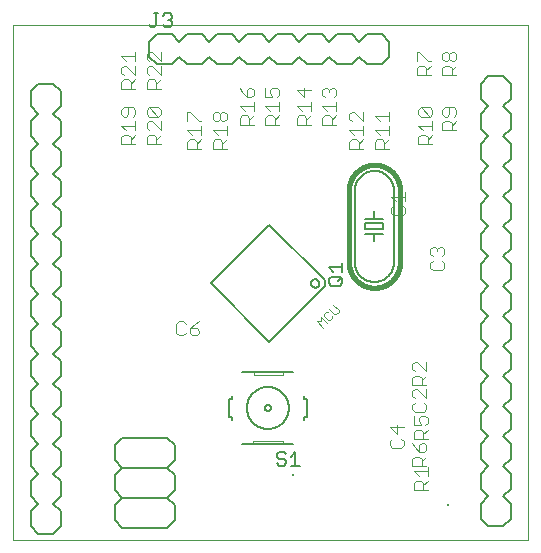
<source format=gto>
G75*
%MOIN*%
%OFA0B0*%
%FSLAX25Y25*%
%IPPOS*%
%LPD*%
%AMOC8*
5,1,8,0,0,1.08239X$1,22.5*
%
%ADD10C,0.00000*%
%ADD11C,0.00400*%
%ADD12C,0.00600*%
%ADD13C,0.00800*%
%ADD14R,0.00787X0.00787*%
%ADD15C,0.00300*%
%ADD16C,0.01600*%
%ADD17C,0.00500*%
%ADD18C,0.00200*%
D10*
X0001800Y0001800D02*
X0001800Y0173261D01*
X0173501Y0173261D01*
X0173501Y0001800D01*
X0001800Y0001800D01*
D11*
X0057059Y0070000D02*
X0058594Y0070000D01*
X0059361Y0070767D01*
X0060896Y0070767D02*
X0060896Y0072302D01*
X0063198Y0072302D01*
X0063965Y0071535D01*
X0063965Y0070767D01*
X0063198Y0070000D01*
X0061663Y0070000D01*
X0060896Y0070767D01*
X0060896Y0072302D02*
X0062431Y0073837D01*
X0063965Y0074604D01*
X0059361Y0073837D02*
X0058594Y0074604D01*
X0057059Y0074604D01*
X0056292Y0073837D01*
X0056292Y0070767D01*
X0057059Y0070000D01*
X0059996Y0132188D02*
X0059996Y0134490D01*
X0060763Y0135257D01*
X0062298Y0135257D01*
X0063065Y0134490D01*
X0063065Y0132188D01*
X0063065Y0133723D02*
X0064600Y0135257D01*
X0064600Y0136792D02*
X0064600Y0139861D01*
X0064600Y0138327D02*
X0059996Y0138327D01*
X0061531Y0136792D01*
X0059996Y0132188D02*
X0064600Y0132188D01*
X0068496Y0132188D02*
X0068496Y0134490D01*
X0069263Y0135257D01*
X0070798Y0135257D01*
X0071565Y0134490D01*
X0071565Y0132188D01*
X0071565Y0133723D02*
X0073100Y0135257D01*
X0073100Y0136792D02*
X0073100Y0139861D01*
X0073100Y0138327D02*
X0068496Y0138327D01*
X0070031Y0136792D01*
X0068496Y0132188D02*
X0073100Y0132188D01*
X0077496Y0140188D02*
X0077496Y0142490D01*
X0078263Y0143257D01*
X0079798Y0143257D01*
X0080565Y0142490D01*
X0080565Y0140188D01*
X0080565Y0141723D02*
X0082100Y0143257D01*
X0082100Y0144792D02*
X0082100Y0147861D01*
X0082100Y0146327D02*
X0077496Y0146327D01*
X0079031Y0144792D01*
X0079798Y0149396D02*
X0079798Y0151698D01*
X0080565Y0152465D01*
X0081333Y0152465D01*
X0082100Y0151698D01*
X0082100Y0150163D01*
X0081333Y0149396D01*
X0079798Y0149396D01*
X0078263Y0150931D01*
X0077496Y0152465D01*
X0072333Y0144465D02*
X0071565Y0144465D01*
X0070798Y0143698D01*
X0070798Y0142163D01*
X0070031Y0141396D01*
X0069263Y0141396D01*
X0068496Y0142163D01*
X0068496Y0143698D01*
X0069263Y0144465D01*
X0070031Y0144465D01*
X0070798Y0143698D01*
X0070798Y0142163D02*
X0071565Y0141396D01*
X0072333Y0141396D01*
X0073100Y0142163D01*
X0073100Y0143698D01*
X0072333Y0144465D01*
X0077496Y0140188D02*
X0082100Y0140188D01*
X0085996Y0140188D02*
X0085996Y0142490D01*
X0086763Y0143257D01*
X0088298Y0143257D01*
X0089065Y0142490D01*
X0089065Y0140188D01*
X0089065Y0141723D02*
X0090600Y0143257D01*
X0090600Y0144792D02*
X0090600Y0147861D01*
X0090600Y0146327D02*
X0085996Y0146327D01*
X0087531Y0144792D01*
X0088298Y0149396D02*
X0085996Y0149396D01*
X0085996Y0152465D01*
X0087531Y0151698D02*
X0088298Y0152465D01*
X0089833Y0152465D01*
X0090600Y0151698D01*
X0090600Y0150163D01*
X0089833Y0149396D01*
X0088298Y0149396D02*
X0087531Y0150931D01*
X0087531Y0151698D01*
X0096496Y0151698D02*
X0098798Y0149396D01*
X0098798Y0152465D01*
X0101100Y0151698D02*
X0096496Y0151698D01*
X0101100Y0147861D02*
X0101100Y0144792D01*
X0101100Y0143257D02*
X0099565Y0141723D01*
X0099565Y0142490D02*
X0099565Y0140188D01*
X0101100Y0140188D02*
X0096496Y0140188D01*
X0096496Y0142490D01*
X0097263Y0143257D01*
X0098798Y0143257D01*
X0099565Y0142490D01*
X0098031Y0144792D02*
X0096496Y0146327D01*
X0101100Y0146327D01*
X0104996Y0146327D02*
X0109600Y0146327D01*
X0109600Y0147861D02*
X0109600Y0144792D01*
X0109600Y0143257D02*
X0108065Y0141723D01*
X0108065Y0142490D02*
X0108065Y0140188D01*
X0109600Y0140188D02*
X0104996Y0140188D01*
X0104996Y0142490D01*
X0105763Y0143257D01*
X0107298Y0143257D01*
X0108065Y0142490D01*
X0106531Y0144792D02*
X0104996Y0146327D01*
X0105763Y0149396D02*
X0104996Y0150163D01*
X0104996Y0151698D01*
X0105763Y0152465D01*
X0106531Y0152465D01*
X0107298Y0151698D01*
X0108065Y0152465D01*
X0108833Y0152465D01*
X0109600Y0151698D01*
X0109600Y0150163D01*
X0108833Y0149396D01*
X0107298Y0150931D02*
X0107298Y0151698D01*
X0114763Y0144465D02*
X0113996Y0143698D01*
X0113996Y0142163D01*
X0114763Y0141396D01*
X0114763Y0144465D02*
X0115531Y0144465D01*
X0118600Y0141396D01*
X0118600Y0144465D01*
X0122496Y0142931D02*
X0127100Y0142931D01*
X0127100Y0144465D02*
X0127100Y0141396D01*
X0127100Y0139861D02*
X0127100Y0136792D01*
X0127100Y0135257D02*
X0125565Y0133723D01*
X0125565Y0134490D02*
X0125565Y0132188D01*
X0127100Y0132188D02*
X0122496Y0132188D01*
X0122496Y0134490D01*
X0123263Y0135257D01*
X0124798Y0135257D01*
X0125565Y0134490D01*
X0124031Y0136792D02*
X0122496Y0138327D01*
X0127100Y0138327D01*
X0124031Y0141396D02*
X0122496Y0142931D01*
X0118600Y0139861D02*
X0118600Y0136792D01*
X0118600Y0135257D02*
X0117065Y0133723D01*
X0117065Y0134490D02*
X0117065Y0132188D01*
X0118600Y0132188D02*
X0113996Y0132188D01*
X0113996Y0134490D01*
X0114763Y0135257D01*
X0116298Y0135257D01*
X0117065Y0134490D01*
X0115531Y0136792D02*
X0113996Y0138327D01*
X0118600Y0138327D01*
X0136996Y0139827D02*
X0141600Y0139827D01*
X0141600Y0141361D02*
X0141600Y0138292D01*
X0141600Y0136757D02*
X0140065Y0135223D01*
X0140065Y0135990D02*
X0140065Y0133688D01*
X0141600Y0133688D02*
X0136996Y0133688D01*
X0136996Y0135990D01*
X0137763Y0136757D01*
X0139298Y0136757D01*
X0140065Y0135990D01*
X0138531Y0138292D02*
X0136996Y0139827D01*
X0137763Y0142896D02*
X0136996Y0143663D01*
X0136996Y0145198D01*
X0137763Y0145965D01*
X0140833Y0142896D01*
X0141600Y0143663D01*
X0141600Y0145198D01*
X0140833Y0145965D01*
X0137763Y0145965D01*
X0137763Y0142896D02*
X0140833Y0142896D01*
X0144996Y0143663D02*
X0145763Y0142896D01*
X0146531Y0142896D01*
X0147298Y0143663D01*
X0147298Y0145965D01*
X0148833Y0145965D02*
X0145763Y0145965D01*
X0144996Y0145198D01*
X0144996Y0143663D01*
X0145763Y0141361D02*
X0144996Y0140594D01*
X0144996Y0138292D01*
X0149600Y0138292D01*
X0148065Y0138292D02*
X0148065Y0140594D01*
X0147298Y0141361D01*
X0145763Y0141361D01*
X0148065Y0139827D02*
X0149600Y0141361D01*
X0148833Y0142896D02*
X0149600Y0143663D01*
X0149600Y0145198D01*
X0148833Y0145965D01*
X0149600Y0156792D02*
X0144996Y0156792D01*
X0144996Y0159094D01*
X0145763Y0159861D01*
X0147298Y0159861D01*
X0148065Y0159094D01*
X0148065Y0156792D01*
X0148065Y0158327D02*
X0149600Y0159861D01*
X0148833Y0161396D02*
X0148065Y0161396D01*
X0147298Y0162163D01*
X0147298Y0163698D01*
X0148065Y0164465D01*
X0148833Y0164465D01*
X0149600Y0163698D01*
X0149600Y0162163D01*
X0148833Y0161396D01*
X0147298Y0162163D02*
X0146531Y0161396D01*
X0145763Y0161396D01*
X0144996Y0162163D01*
X0144996Y0163698D01*
X0145763Y0164465D01*
X0146531Y0164465D01*
X0147298Y0163698D01*
X0141100Y0161396D02*
X0140333Y0161396D01*
X0137263Y0164465D01*
X0136496Y0164465D01*
X0136496Y0161396D01*
X0137263Y0159861D02*
X0136496Y0159094D01*
X0136496Y0156792D01*
X0141100Y0156792D01*
X0139565Y0156792D02*
X0139565Y0159094D01*
X0138798Y0159861D01*
X0137263Y0159861D01*
X0139565Y0158327D02*
X0141100Y0159861D01*
X0132600Y0117673D02*
X0132600Y0114604D01*
X0132600Y0116139D02*
X0127996Y0116139D01*
X0129531Y0114604D01*
X0128763Y0113069D02*
X0127996Y0112302D01*
X0127996Y0110767D01*
X0128763Y0110000D01*
X0131833Y0110000D01*
X0132600Y0110767D01*
X0132600Y0112302D01*
X0131833Y0113069D01*
X0141763Y0099465D02*
X0142531Y0099465D01*
X0143298Y0098698D01*
X0144065Y0099465D01*
X0144833Y0099465D01*
X0145600Y0098698D01*
X0145600Y0097163D01*
X0144833Y0096396D01*
X0144833Y0094861D02*
X0145600Y0094094D01*
X0145600Y0092559D01*
X0144833Y0091792D01*
X0141763Y0091792D01*
X0140996Y0092559D01*
X0140996Y0094094D01*
X0141763Y0094861D01*
X0141763Y0096396D02*
X0140996Y0097163D01*
X0140996Y0098698D01*
X0141763Y0099465D01*
X0143298Y0098698D02*
X0143298Y0097931D01*
X0139600Y0061173D02*
X0139600Y0058104D01*
X0136531Y0061173D01*
X0135763Y0061173D01*
X0134996Y0060406D01*
X0134996Y0058871D01*
X0135763Y0058104D01*
X0135763Y0056569D02*
X0137298Y0056569D01*
X0138065Y0055802D01*
X0138065Y0053500D01*
X0138065Y0055035D02*
X0139600Y0056569D01*
X0139600Y0053500D02*
X0134996Y0053500D01*
X0134996Y0055802D01*
X0135763Y0056569D01*
X0135763Y0052173D02*
X0134996Y0051406D01*
X0134996Y0049871D01*
X0135763Y0049104D01*
X0135763Y0047569D02*
X0134996Y0046802D01*
X0134996Y0045267D01*
X0135763Y0044500D01*
X0138833Y0044500D01*
X0139600Y0045267D01*
X0139600Y0046802D01*
X0138833Y0047569D01*
X0139600Y0049104D02*
X0136531Y0052173D01*
X0135763Y0052173D01*
X0139600Y0052173D02*
X0139600Y0049104D01*
X0139333Y0043173D02*
X0137798Y0043173D01*
X0137031Y0042406D01*
X0137031Y0041639D01*
X0137798Y0040104D01*
X0135496Y0040104D01*
X0135496Y0043173D01*
X0139333Y0043173D02*
X0140100Y0042406D01*
X0140100Y0040871D01*
X0139333Y0040104D01*
X0140100Y0038569D02*
X0138565Y0037035D01*
X0138565Y0037802D02*
X0138565Y0035500D01*
X0138833Y0034173D02*
X0138065Y0034173D01*
X0137298Y0033406D01*
X0137298Y0031104D01*
X0138833Y0031104D01*
X0139600Y0031871D01*
X0139600Y0033406D01*
X0138833Y0034173D01*
X0140100Y0035500D02*
X0135496Y0035500D01*
X0135496Y0037802D01*
X0136263Y0038569D01*
X0137798Y0038569D01*
X0138565Y0037802D01*
X0134996Y0034173D02*
X0135763Y0032639D01*
X0137298Y0031104D01*
X0137298Y0029569D02*
X0135763Y0029569D01*
X0134996Y0028802D01*
X0134996Y0026500D01*
X0139600Y0026500D01*
X0140100Y0026173D02*
X0140100Y0023104D01*
X0140100Y0024639D02*
X0135496Y0024639D01*
X0137031Y0023104D01*
X0137798Y0021569D02*
X0136263Y0021569D01*
X0135496Y0020802D01*
X0135496Y0018500D01*
X0140100Y0018500D01*
X0138565Y0018500D02*
X0138565Y0020802D01*
X0137798Y0021569D01*
X0138565Y0020035D02*
X0140100Y0021569D01*
X0138065Y0026500D02*
X0138065Y0028802D01*
X0137298Y0029569D01*
X0138065Y0028035D02*
X0139600Y0029569D01*
X0132100Y0033267D02*
X0132100Y0034802D01*
X0131333Y0035569D01*
X0129798Y0037104D02*
X0129798Y0040173D01*
X0132100Y0039406D02*
X0127496Y0039406D01*
X0129798Y0037104D01*
X0128263Y0035569D02*
X0127496Y0034802D01*
X0127496Y0033267D01*
X0128263Y0032500D01*
X0131333Y0032500D01*
X0132100Y0033267D01*
X0051100Y0133688D02*
X0046496Y0133688D01*
X0046496Y0135990D01*
X0047263Y0136757D01*
X0048798Y0136757D01*
X0049565Y0135990D01*
X0049565Y0133688D01*
X0049565Y0135223D02*
X0051100Y0136757D01*
X0051100Y0138292D02*
X0048031Y0141361D01*
X0047263Y0141361D01*
X0046496Y0140594D01*
X0046496Y0139059D01*
X0047263Y0138292D01*
X0042600Y0138292D02*
X0042600Y0141361D01*
X0042600Y0139827D02*
X0037996Y0139827D01*
X0039531Y0138292D01*
X0040298Y0136757D02*
X0038763Y0136757D01*
X0037996Y0135990D01*
X0037996Y0133688D01*
X0042600Y0133688D01*
X0041065Y0133688D02*
X0041065Y0135990D01*
X0040298Y0136757D01*
X0041065Y0135223D02*
X0042600Y0136757D01*
X0041833Y0142896D02*
X0042600Y0143663D01*
X0042600Y0145198D01*
X0041833Y0145965D01*
X0038763Y0145965D01*
X0037996Y0145198D01*
X0037996Y0143663D01*
X0038763Y0142896D01*
X0039531Y0142896D01*
X0040298Y0143663D01*
X0040298Y0145965D01*
X0046496Y0145198D02*
X0046496Y0143663D01*
X0047263Y0142896D01*
X0050333Y0142896D01*
X0047263Y0145965D01*
X0050333Y0145965D01*
X0051100Y0145198D01*
X0051100Y0143663D01*
X0050333Y0142896D01*
X0051100Y0141361D02*
X0051100Y0138292D01*
X0046496Y0145198D02*
X0047263Y0145965D01*
X0046496Y0152188D02*
X0046496Y0154490D01*
X0047263Y0155257D01*
X0048798Y0155257D01*
X0049565Y0154490D01*
X0049565Y0152188D01*
X0049565Y0153723D02*
X0051100Y0155257D01*
X0051100Y0156792D02*
X0048031Y0159861D01*
X0047263Y0159861D01*
X0046496Y0159094D01*
X0046496Y0157559D01*
X0047263Y0156792D01*
X0047263Y0161396D02*
X0046496Y0162163D01*
X0046496Y0163698D01*
X0047263Y0164465D01*
X0048031Y0164465D01*
X0051100Y0161396D01*
X0051100Y0164465D01*
X0051100Y0159861D02*
X0051100Y0156792D01*
X0051100Y0152188D02*
X0046496Y0152188D01*
X0042600Y0152188D02*
X0037996Y0152188D01*
X0037996Y0154490D01*
X0038763Y0155257D01*
X0040298Y0155257D01*
X0041065Y0154490D01*
X0041065Y0152188D01*
X0041065Y0153723D02*
X0042600Y0155257D01*
X0042600Y0156792D02*
X0039531Y0159861D01*
X0038763Y0159861D01*
X0037996Y0159094D01*
X0037996Y0157559D01*
X0038763Y0156792D01*
X0042600Y0156792D02*
X0042600Y0159861D01*
X0042600Y0161396D02*
X0042600Y0164465D01*
X0042600Y0162931D02*
X0037996Y0162931D01*
X0039531Y0161396D01*
X0059996Y0144465D02*
X0059996Y0141396D01*
X0059996Y0144465D02*
X0060763Y0144465D01*
X0063833Y0141396D01*
X0064600Y0141396D01*
X0085996Y0140188D02*
X0090600Y0140188D01*
D12*
X0115800Y0118300D02*
X0115800Y0094300D01*
X0115802Y0094140D01*
X0115808Y0093981D01*
X0115818Y0093822D01*
X0115831Y0093663D01*
X0115849Y0093504D01*
X0115870Y0093346D01*
X0115896Y0093189D01*
X0115925Y0093032D01*
X0115958Y0092876D01*
X0115995Y0092721D01*
X0116035Y0092566D01*
X0116080Y0092413D01*
X0116128Y0092261D01*
X0116180Y0092110D01*
X0116236Y0091961D01*
X0116295Y0091813D01*
X0116358Y0091666D01*
X0116424Y0091521D01*
X0116494Y0091378D01*
X0116568Y0091236D01*
X0116644Y0091096D01*
X0116725Y0090958D01*
X0116808Y0090823D01*
X0116895Y0090689D01*
X0116986Y0090557D01*
X0117079Y0090428D01*
X0117176Y0090301D01*
X0117275Y0090176D01*
X0117378Y0090054D01*
X0117484Y0089935D01*
X0117592Y0089818D01*
X0117704Y0089704D01*
X0117818Y0089592D01*
X0117935Y0089484D01*
X0118054Y0089378D01*
X0118176Y0089275D01*
X0118301Y0089176D01*
X0118428Y0089079D01*
X0118557Y0088986D01*
X0118689Y0088895D01*
X0118823Y0088808D01*
X0118958Y0088725D01*
X0119096Y0088644D01*
X0119236Y0088568D01*
X0119378Y0088494D01*
X0119521Y0088424D01*
X0119666Y0088358D01*
X0119813Y0088295D01*
X0119961Y0088236D01*
X0120110Y0088180D01*
X0120261Y0088128D01*
X0120413Y0088080D01*
X0120566Y0088035D01*
X0120721Y0087995D01*
X0120876Y0087958D01*
X0121032Y0087925D01*
X0121189Y0087896D01*
X0121346Y0087870D01*
X0121504Y0087849D01*
X0121663Y0087831D01*
X0121822Y0087818D01*
X0121981Y0087808D01*
X0122140Y0087802D01*
X0122300Y0087800D01*
X0122460Y0087802D01*
X0122619Y0087808D01*
X0122778Y0087818D01*
X0122937Y0087831D01*
X0123096Y0087849D01*
X0123254Y0087870D01*
X0123411Y0087896D01*
X0123568Y0087925D01*
X0123724Y0087958D01*
X0123879Y0087995D01*
X0124034Y0088035D01*
X0124187Y0088080D01*
X0124339Y0088128D01*
X0124490Y0088180D01*
X0124639Y0088236D01*
X0124787Y0088295D01*
X0124934Y0088358D01*
X0125079Y0088424D01*
X0125222Y0088494D01*
X0125364Y0088568D01*
X0125504Y0088644D01*
X0125642Y0088725D01*
X0125777Y0088808D01*
X0125911Y0088895D01*
X0126043Y0088986D01*
X0126172Y0089079D01*
X0126299Y0089176D01*
X0126424Y0089275D01*
X0126546Y0089378D01*
X0126665Y0089484D01*
X0126782Y0089592D01*
X0126896Y0089704D01*
X0127008Y0089818D01*
X0127116Y0089935D01*
X0127222Y0090054D01*
X0127325Y0090176D01*
X0127424Y0090301D01*
X0127521Y0090428D01*
X0127614Y0090557D01*
X0127705Y0090689D01*
X0127792Y0090823D01*
X0127875Y0090958D01*
X0127956Y0091096D01*
X0128032Y0091236D01*
X0128106Y0091378D01*
X0128176Y0091521D01*
X0128242Y0091666D01*
X0128305Y0091813D01*
X0128364Y0091961D01*
X0128420Y0092110D01*
X0128472Y0092261D01*
X0128520Y0092413D01*
X0128565Y0092566D01*
X0128605Y0092721D01*
X0128642Y0092876D01*
X0128675Y0093032D01*
X0128704Y0093189D01*
X0128730Y0093346D01*
X0128751Y0093504D01*
X0128769Y0093663D01*
X0128782Y0093822D01*
X0128792Y0093981D01*
X0128798Y0094140D01*
X0128800Y0094300D01*
X0128800Y0118300D01*
X0128798Y0118460D01*
X0128792Y0118619D01*
X0128782Y0118778D01*
X0128769Y0118937D01*
X0128751Y0119096D01*
X0128730Y0119254D01*
X0128704Y0119411D01*
X0128675Y0119568D01*
X0128642Y0119724D01*
X0128605Y0119879D01*
X0128565Y0120034D01*
X0128520Y0120187D01*
X0128472Y0120339D01*
X0128420Y0120490D01*
X0128364Y0120639D01*
X0128305Y0120787D01*
X0128242Y0120934D01*
X0128176Y0121079D01*
X0128106Y0121222D01*
X0128032Y0121364D01*
X0127956Y0121504D01*
X0127875Y0121642D01*
X0127792Y0121777D01*
X0127705Y0121911D01*
X0127614Y0122043D01*
X0127521Y0122172D01*
X0127424Y0122299D01*
X0127325Y0122424D01*
X0127222Y0122546D01*
X0127116Y0122665D01*
X0127008Y0122782D01*
X0126896Y0122896D01*
X0126782Y0123008D01*
X0126665Y0123116D01*
X0126546Y0123222D01*
X0126424Y0123325D01*
X0126299Y0123424D01*
X0126172Y0123521D01*
X0126043Y0123614D01*
X0125911Y0123705D01*
X0125777Y0123792D01*
X0125642Y0123875D01*
X0125504Y0123956D01*
X0125364Y0124032D01*
X0125222Y0124106D01*
X0125079Y0124176D01*
X0124934Y0124242D01*
X0124787Y0124305D01*
X0124639Y0124364D01*
X0124490Y0124420D01*
X0124339Y0124472D01*
X0124187Y0124520D01*
X0124034Y0124565D01*
X0123879Y0124605D01*
X0123724Y0124642D01*
X0123568Y0124675D01*
X0123411Y0124704D01*
X0123254Y0124730D01*
X0123096Y0124751D01*
X0122937Y0124769D01*
X0122778Y0124782D01*
X0122619Y0124792D01*
X0122460Y0124798D01*
X0122300Y0124800D01*
X0122140Y0124798D01*
X0121981Y0124792D01*
X0121822Y0124782D01*
X0121663Y0124769D01*
X0121504Y0124751D01*
X0121346Y0124730D01*
X0121189Y0124704D01*
X0121032Y0124675D01*
X0120876Y0124642D01*
X0120721Y0124605D01*
X0120566Y0124565D01*
X0120413Y0124520D01*
X0120261Y0124472D01*
X0120110Y0124420D01*
X0119961Y0124364D01*
X0119813Y0124305D01*
X0119666Y0124242D01*
X0119521Y0124176D01*
X0119378Y0124106D01*
X0119236Y0124032D01*
X0119096Y0123956D01*
X0118958Y0123875D01*
X0118823Y0123792D01*
X0118689Y0123705D01*
X0118557Y0123614D01*
X0118428Y0123521D01*
X0118301Y0123424D01*
X0118176Y0123325D01*
X0118054Y0123222D01*
X0117935Y0123116D01*
X0117818Y0123008D01*
X0117704Y0122896D01*
X0117592Y0122782D01*
X0117484Y0122665D01*
X0117378Y0122546D01*
X0117275Y0122424D01*
X0117176Y0122299D01*
X0117079Y0122172D01*
X0116986Y0122043D01*
X0116895Y0121911D01*
X0116808Y0121777D01*
X0116725Y0121642D01*
X0116644Y0121504D01*
X0116568Y0121364D01*
X0116494Y0121222D01*
X0116424Y0121079D01*
X0116358Y0120934D01*
X0116295Y0120787D01*
X0116236Y0120639D01*
X0116180Y0120490D01*
X0116128Y0120339D01*
X0116080Y0120187D01*
X0116035Y0120034D01*
X0115995Y0119879D01*
X0115958Y0119724D01*
X0115925Y0119568D01*
X0115896Y0119411D01*
X0115870Y0119254D01*
X0115849Y0119096D01*
X0115831Y0118937D01*
X0115818Y0118778D01*
X0115808Y0118619D01*
X0115802Y0118460D01*
X0115800Y0118300D01*
X0122300Y0111300D02*
X0122300Y0108800D01*
X0125300Y0108800D01*
X0125300Y0107300D02*
X0125300Y0105300D01*
X0119300Y0105300D01*
X0119300Y0107300D01*
X0125300Y0107300D01*
X0122300Y0108800D02*
X0119300Y0108800D01*
X0119300Y0103800D02*
X0122300Y0103800D01*
X0122300Y0101300D01*
X0122300Y0103800D02*
X0125300Y0103800D01*
X0105827Y0088288D02*
X0105827Y0086312D01*
X0087300Y0067785D01*
X0067785Y0087300D01*
X0087300Y0106815D01*
X0105827Y0088288D01*
X0101159Y0087300D02*
X0101161Y0087375D01*
X0101167Y0087449D01*
X0101177Y0087523D01*
X0101190Y0087596D01*
X0101208Y0087669D01*
X0101229Y0087740D01*
X0101254Y0087811D01*
X0101283Y0087880D01*
X0101316Y0087947D01*
X0101352Y0088012D01*
X0101391Y0088076D01*
X0101433Y0088137D01*
X0101479Y0088196D01*
X0101528Y0088253D01*
X0101580Y0088306D01*
X0101634Y0088357D01*
X0101691Y0088406D01*
X0101751Y0088450D01*
X0101813Y0088492D01*
X0101877Y0088531D01*
X0101943Y0088566D01*
X0102010Y0088597D01*
X0102080Y0088625D01*
X0102150Y0088649D01*
X0102222Y0088670D01*
X0102295Y0088686D01*
X0102368Y0088699D01*
X0102443Y0088708D01*
X0102517Y0088713D01*
X0102592Y0088714D01*
X0102666Y0088711D01*
X0102741Y0088704D01*
X0102814Y0088693D01*
X0102888Y0088679D01*
X0102960Y0088660D01*
X0103031Y0088638D01*
X0103101Y0088612D01*
X0103170Y0088582D01*
X0103236Y0088549D01*
X0103301Y0088512D01*
X0103364Y0088472D01*
X0103425Y0088428D01*
X0103483Y0088382D01*
X0103539Y0088332D01*
X0103592Y0088280D01*
X0103643Y0088225D01*
X0103690Y0088167D01*
X0103734Y0088107D01*
X0103775Y0088044D01*
X0103813Y0087980D01*
X0103847Y0087914D01*
X0103878Y0087845D01*
X0103905Y0087776D01*
X0103928Y0087705D01*
X0103947Y0087633D01*
X0103963Y0087560D01*
X0103975Y0087486D01*
X0103983Y0087412D01*
X0103987Y0087337D01*
X0103987Y0087263D01*
X0103983Y0087188D01*
X0103975Y0087114D01*
X0103963Y0087040D01*
X0103947Y0086967D01*
X0103928Y0086895D01*
X0103905Y0086824D01*
X0103878Y0086755D01*
X0103847Y0086686D01*
X0103813Y0086620D01*
X0103775Y0086556D01*
X0103734Y0086493D01*
X0103690Y0086433D01*
X0103643Y0086375D01*
X0103592Y0086320D01*
X0103539Y0086268D01*
X0103483Y0086218D01*
X0103425Y0086172D01*
X0103364Y0086128D01*
X0103301Y0086088D01*
X0103236Y0086051D01*
X0103170Y0086018D01*
X0103101Y0085988D01*
X0103031Y0085962D01*
X0102960Y0085940D01*
X0102888Y0085921D01*
X0102814Y0085907D01*
X0102741Y0085896D01*
X0102666Y0085889D01*
X0102592Y0085886D01*
X0102517Y0085887D01*
X0102443Y0085892D01*
X0102368Y0085901D01*
X0102295Y0085914D01*
X0102222Y0085930D01*
X0102150Y0085951D01*
X0102080Y0085975D01*
X0102010Y0086003D01*
X0101943Y0086034D01*
X0101877Y0086069D01*
X0101813Y0086108D01*
X0101751Y0086150D01*
X0101691Y0086194D01*
X0101634Y0086243D01*
X0101580Y0086294D01*
X0101528Y0086347D01*
X0101479Y0086404D01*
X0101433Y0086463D01*
X0101391Y0086524D01*
X0101352Y0086588D01*
X0101316Y0086653D01*
X0101283Y0086720D01*
X0101254Y0086789D01*
X0101229Y0086860D01*
X0101208Y0086931D01*
X0101190Y0087004D01*
X0101177Y0087077D01*
X0101167Y0087151D01*
X0101161Y0087225D01*
X0101159Y0087300D01*
X0095300Y0057800D02*
X0091800Y0057800D01*
X0082300Y0057800D01*
X0078300Y0057800D01*
X0074800Y0049800D02*
X0074800Y0048800D01*
X0073800Y0048800D01*
X0073800Y0042800D01*
X0074800Y0042800D01*
X0074800Y0041800D01*
X0078300Y0033800D02*
X0081800Y0033800D01*
X0091800Y0033800D01*
X0095300Y0033800D01*
X0098800Y0041800D02*
X0098800Y0042800D01*
X0099800Y0042800D01*
X0099800Y0048800D01*
X0098800Y0048800D01*
X0098800Y0049800D01*
X0085800Y0045800D02*
X0085802Y0045863D01*
X0085808Y0045925D01*
X0085818Y0045987D01*
X0085831Y0046049D01*
X0085849Y0046109D01*
X0085870Y0046168D01*
X0085895Y0046226D01*
X0085924Y0046282D01*
X0085956Y0046336D01*
X0085991Y0046388D01*
X0086029Y0046437D01*
X0086071Y0046485D01*
X0086115Y0046529D01*
X0086163Y0046571D01*
X0086212Y0046609D01*
X0086264Y0046644D01*
X0086318Y0046676D01*
X0086374Y0046705D01*
X0086432Y0046730D01*
X0086491Y0046751D01*
X0086551Y0046769D01*
X0086613Y0046782D01*
X0086675Y0046792D01*
X0086737Y0046798D01*
X0086800Y0046800D01*
X0086863Y0046798D01*
X0086925Y0046792D01*
X0086987Y0046782D01*
X0087049Y0046769D01*
X0087109Y0046751D01*
X0087168Y0046730D01*
X0087226Y0046705D01*
X0087282Y0046676D01*
X0087336Y0046644D01*
X0087388Y0046609D01*
X0087437Y0046571D01*
X0087485Y0046529D01*
X0087529Y0046485D01*
X0087571Y0046437D01*
X0087609Y0046388D01*
X0087644Y0046336D01*
X0087676Y0046282D01*
X0087705Y0046226D01*
X0087730Y0046168D01*
X0087751Y0046109D01*
X0087769Y0046049D01*
X0087782Y0045987D01*
X0087792Y0045925D01*
X0087798Y0045863D01*
X0087800Y0045800D01*
X0087798Y0045737D01*
X0087792Y0045675D01*
X0087782Y0045613D01*
X0087769Y0045551D01*
X0087751Y0045491D01*
X0087730Y0045432D01*
X0087705Y0045374D01*
X0087676Y0045318D01*
X0087644Y0045264D01*
X0087609Y0045212D01*
X0087571Y0045163D01*
X0087529Y0045115D01*
X0087485Y0045071D01*
X0087437Y0045029D01*
X0087388Y0044991D01*
X0087336Y0044956D01*
X0087282Y0044924D01*
X0087226Y0044895D01*
X0087168Y0044870D01*
X0087109Y0044849D01*
X0087049Y0044831D01*
X0086987Y0044818D01*
X0086925Y0044808D01*
X0086863Y0044802D01*
X0086800Y0044800D01*
X0086737Y0044802D01*
X0086675Y0044808D01*
X0086613Y0044818D01*
X0086551Y0044831D01*
X0086491Y0044849D01*
X0086432Y0044870D01*
X0086374Y0044895D01*
X0086318Y0044924D01*
X0086264Y0044956D01*
X0086212Y0044991D01*
X0086163Y0045029D01*
X0086115Y0045071D01*
X0086071Y0045115D01*
X0086029Y0045163D01*
X0085991Y0045212D01*
X0085956Y0045264D01*
X0085924Y0045318D01*
X0085895Y0045374D01*
X0085870Y0045432D01*
X0085849Y0045491D01*
X0085831Y0045551D01*
X0085818Y0045613D01*
X0085808Y0045675D01*
X0085802Y0045737D01*
X0085800Y0045800D01*
X0079800Y0045800D02*
X0079802Y0045972D01*
X0079808Y0046143D01*
X0079819Y0046315D01*
X0079834Y0046486D01*
X0079853Y0046657D01*
X0079876Y0046827D01*
X0079903Y0046997D01*
X0079935Y0047166D01*
X0079970Y0047334D01*
X0080010Y0047501D01*
X0080054Y0047667D01*
X0080101Y0047832D01*
X0080153Y0047996D01*
X0080209Y0048158D01*
X0080269Y0048319D01*
X0080333Y0048479D01*
X0080401Y0048637D01*
X0080472Y0048793D01*
X0080547Y0048947D01*
X0080627Y0049100D01*
X0080709Y0049250D01*
X0080796Y0049399D01*
X0080886Y0049545D01*
X0080980Y0049689D01*
X0081077Y0049831D01*
X0081178Y0049970D01*
X0081282Y0050107D01*
X0081389Y0050241D01*
X0081500Y0050372D01*
X0081613Y0050501D01*
X0081730Y0050627D01*
X0081850Y0050750D01*
X0081973Y0050870D01*
X0082099Y0050987D01*
X0082228Y0051100D01*
X0082359Y0051211D01*
X0082493Y0051318D01*
X0082630Y0051422D01*
X0082769Y0051523D01*
X0082911Y0051620D01*
X0083055Y0051714D01*
X0083201Y0051804D01*
X0083350Y0051891D01*
X0083500Y0051973D01*
X0083653Y0052053D01*
X0083807Y0052128D01*
X0083963Y0052199D01*
X0084121Y0052267D01*
X0084281Y0052331D01*
X0084442Y0052391D01*
X0084604Y0052447D01*
X0084768Y0052499D01*
X0084933Y0052546D01*
X0085099Y0052590D01*
X0085266Y0052630D01*
X0085434Y0052665D01*
X0085603Y0052697D01*
X0085773Y0052724D01*
X0085943Y0052747D01*
X0086114Y0052766D01*
X0086285Y0052781D01*
X0086457Y0052792D01*
X0086628Y0052798D01*
X0086800Y0052800D01*
X0086972Y0052798D01*
X0087143Y0052792D01*
X0087315Y0052781D01*
X0087486Y0052766D01*
X0087657Y0052747D01*
X0087827Y0052724D01*
X0087997Y0052697D01*
X0088166Y0052665D01*
X0088334Y0052630D01*
X0088501Y0052590D01*
X0088667Y0052546D01*
X0088832Y0052499D01*
X0088996Y0052447D01*
X0089158Y0052391D01*
X0089319Y0052331D01*
X0089479Y0052267D01*
X0089637Y0052199D01*
X0089793Y0052128D01*
X0089947Y0052053D01*
X0090100Y0051973D01*
X0090250Y0051891D01*
X0090399Y0051804D01*
X0090545Y0051714D01*
X0090689Y0051620D01*
X0090831Y0051523D01*
X0090970Y0051422D01*
X0091107Y0051318D01*
X0091241Y0051211D01*
X0091372Y0051100D01*
X0091501Y0050987D01*
X0091627Y0050870D01*
X0091750Y0050750D01*
X0091870Y0050627D01*
X0091987Y0050501D01*
X0092100Y0050372D01*
X0092211Y0050241D01*
X0092318Y0050107D01*
X0092422Y0049970D01*
X0092523Y0049831D01*
X0092620Y0049689D01*
X0092714Y0049545D01*
X0092804Y0049399D01*
X0092891Y0049250D01*
X0092973Y0049100D01*
X0093053Y0048947D01*
X0093128Y0048793D01*
X0093199Y0048637D01*
X0093267Y0048479D01*
X0093331Y0048319D01*
X0093391Y0048158D01*
X0093447Y0047996D01*
X0093499Y0047832D01*
X0093546Y0047667D01*
X0093590Y0047501D01*
X0093630Y0047334D01*
X0093665Y0047166D01*
X0093697Y0046997D01*
X0093724Y0046827D01*
X0093747Y0046657D01*
X0093766Y0046486D01*
X0093781Y0046315D01*
X0093792Y0046143D01*
X0093798Y0045972D01*
X0093800Y0045800D01*
X0093798Y0045628D01*
X0093792Y0045457D01*
X0093781Y0045285D01*
X0093766Y0045114D01*
X0093747Y0044943D01*
X0093724Y0044773D01*
X0093697Y0044603D01*
X0093665Y0044434D01*
X0093630Y0044266D01*
X0093590Y0044099D01*
X0093546Y0043933D01*
X0093499Y0043768D01*
X0093447Y0043604D01*
X0093391Y0043442D01*
X0093331Y0043281D01*
X0093267Y0043121D01*
X0093199Y0042963D01*
X0093128Y0042807D01*
X0093053Y0042653D01*
X0092973Y0042500D01*
X0092891Y0042350D01*
X0092804Y0042201D01*
X0092714Y0042055D01*
X0092620Y0041911D01*
X0092523Y0041769D01*
X0092422Y0041630D01*
X0092318Y0041493D01*
X0092211Y0041359D01*
X0092100Y0041228D01*
X0091987Y0041099D01*
X0091870Y0040973D01*
X0091750Y0040850D01*
X0091627Y0040730D01*
X0091501Y0040613D01*
X0091372Y0040500D01*
X0091241Y0040389D01*
X0091107Y0040282D01*
X0090970Y0040178D01*
X0090831Y0040077D01*
X0090689Y0039980D01*
X0090545Y0039886D01*
X0090399Y0039796D01*
X0090250Y0039709D01*
X0090100Y0039627D01*
X0089947Y0039547D01*
X0089793Y0039472D01*
X0089637Y0039401D01*
X0089479Y0039333D01*
X0089319Y0039269D01*
X0089158Y0039209D01*
X0088996Y0039153D01*
X0088832Y0039101D01*
X0088667Y0039054D01*
X0088501Y0039010D01*
X0088334Y0038970D01*
X0088166Y0038935D01*
X0087997Y0038903D01*
X0087827Y0038876D01*
X0087657Y0038853D01*
X0087486Y0038834D01*
X0087315Y0038819D01*
X0087143Y0038808D01*
X0086972Y0038802D01*
X0086800Y0038800D01*
X0086628Y0038802D01*
X0086457Y0038808D01*
X0086285Y0038819D01*
X0086114Y0038834D01*
X0085943Y0038853D01*
X0085773Y0038876D01*
X0085603Y0038903D01*
X0085434Y0038935D01*
X0085266Y0038970D01*
X0085099Y0039010D01*
X0084933Y0039054D01*
X0084768Y0039101D01*
X0084604Y0039153D01*
X0084442Y0039209D01*
X0084281Y0039269D01*
X0084121Y0039333D01*
X0083963Y0039401D01*
X0083807Y0039472D01*
X0083653Y0039547D01*
X0083500Y0039627D01*
X0083350Y0039709D01*
X0083201Y0039796D01*
X0083055Y0039886D01*
X0082911Y0039980D01*
X0082769Y0040077D01*
X0082630Y0040178D01*
X0082493Y0040282D01*
X0082359Y0040389D01*
X0082228Y0040500D01*
X0082099Y0040613D01*
X0081973Y0040730D01*
X0081850Y0040850D01*
X0081730Y0040973D01*
X0081613Y0041099D01*
X0081500Y0041228D01*
X0081389Y0041359D01*
X0081282Y0041493D01*
X0081178Y0041630D01*
X0081077Y0041769D01*
X0080980Y0041911D01*
X0080886Y0042055D01*
X0080796Y0042201D01*
X0080709Y0042350D01*
X0080627Y0042500D01*
X0080547Y0042653D01*
X0080472Y0042807D01*
X0080401Y0042963D01*
X0080333Y0043121D01*
X0080269Y0043281D01*
X0080209Y0043442D01*
X0080153Y0043604D01*
X0080101Y0043768D01*
X0080054Y0043933D01*
X0080010Y0044099D01*
X0079970Y0044266D01*
X0079935Y0044434D01*
X0079903Y0044603D01*
X0079876Y0044773D01*
X0079853Y0044943D01*
X0079834Y0045114D01*
X0079819Y0045285D01*
X0079808Y0045457D01*
X0079802Y0045628D01*
X0079800Y0045800D01*
X0055800Y0033300D02*
X0055800Y0028300D01*
X0053300Y0025800D01*
X0038300Y0025800D01*
X0035800Y0028300D01*
X0035800Y0033300D01*
X0038300Y0035800D01*
X0053300Y0035800D01*
X0055800Y0033300D01*
X0053300Y0025800D02*
X0055800Y0023300D01*
X0055800Y0018300D01*
X0053300Y0015800D01*
X0038300Y0015800D01*
X0035800Y0018300D01*
X0035800Y0023300D01*
X0038300Y0025800D01*
X0038300Y0015800D02*
X0035800Y0013300D01*
X0035800Y0008300D01*
X0038300Y0005800D01*
X0053300Y0005800D01*
X0055800Y0008300D01*
X0055800Y0013300D01*
X0053300Y0015800D01*
D13*
X0017800Y0016300D02*
X0015300Y0013800D01*
X0017800Y0011300D01*
X0017800Y0006300D01*
X0015300Y0003800D01*
X0010300Y0003800D01*
X0007800Y0006300D01*
X0007800Y0011300D01*
X0010300Y0013800D01*
X0007800Y0016300D01*
X0007800Y0021300D01*
X0010300Y0023800D01*
X0007800Y0026300D01*
X0007800Y0031300D01*
X0010300Y0033800D01*
X0007800Y0036300D01*
X0007800Y0041300D01*
X0010300Y0043800D01*
X0007800Y0046300D01*
X0007800Y0051300D01*
X0010300Y0053800D01*
X0007800Y0056300D01*
X0007800Y0061300D01*
X0010300Y0063800D01*
X0007800Y0066300D01*
X0007800Y0071300D01*
X0010300Y0073800D01*
X0007800Y0076300D01*
X0007800Y0081300D01*
X0010300Y0083800D01*
X0007800Y0086300D01*
X0007800Y0091300D01*
X0010300Y0093800D01*
X0007800Y0096300D01*
X0007800Y0101300D01*
X0010300Y0103800D01*
X0007800Y0106300D01*
X0007800Y0111300D01*
X0010300Y0113800D01*
X0007800Y0116300D01*
X0007800Y0121300D01*
X0010300Y0123800D01*
X0007800Y0126300D01*
X0007800Y0131300D01*
X0010300Y0133800D01*
X0007800Y0136300D01*
X0007800Y0141300D01*
X0010300Y0143800D01*
X0007800Y0146300D01*
X0007800Y0151300D01*
X0010300Y0153800D01*
X0015300Y0153800D01*
X0017800Y0151300D01*
X0017800Y0146300D01*
X0015300Y0143800D01*
X0017800Y0141300D01*
X0017800Y0136300D01*
X0015300Y0133800D01*
X0017800Y0131300D01*
X0017800Y0126300D01*
X0015300Y0123800D01*
X0017800Y0121300D01*
X0017800Y0116300D01*
X0015300Y0113800D01*
X0017800Y0111300D01*
X0017800Y0106300D01*
X0015300Y0103800D01*
X0017800Y0101300D01*
X0017800Y0096300D01*
X0015300Y0093800D01*
X0017800Y0091300D01*
X0017800Y0086300D01*
X0015300Y0083800D01*
X0017800Y0081300D01*
X0017800Y0076300D01*
X0015300Y0073800D01*
X0017800Y0071300D01*
X0017800Y0066300D01*
X0015300Y0063800D01*
X0017800Y0061300D01*
X0017800Y0056300D01*
X0015300Y0053800D01*
X0017800Y0051300D01*
X0017800Y0046300D01*
X0015300Y0043800D01*
X0017800Y0041300D01*
X0017800Y0036300D01*
X0015300Y0033800D01*
X0017800Y0031300D01*
X0017800Y0026300D01*
X0015300Y0023800D01*
X0017800Y0021300D01*
X0017800Y0016300D01*
X0049800Y0160300D02*
X0054800Y0160300D01*
X0057300Y0162800D01*
X0059800Y0160300D01*
X0064800Y0160300D01*
X0067300Y0162800D01*
X0069800Y0160300D01*
X0074800Y0160300D01*
X0077300Y0162800D01*
X0079800Y0160300D01*
X0084800Y0160300D01*
X0087300Y0162800D01*
X0089800Y0160300D01*
X0094800Y0160300D01*
X0097300Y0162800D01*
X0099800Y0160300D01*
X0104800Y0160300D01*
X0107300Y0162800D01*
X0109800Y0160300D01*
X0114800Y0160300D01*
X0117300Y0162800D01*
X0119800Y0160300D01*
X0124800Y0160300D01*
X0127300Y0162800D01*
X0127300Y0167800D01*
X0124800Y0170300D01*
X0119800Y0170300D01*
X0117300Y0167800D01*
X0114800Y0170300D01*
X0109800Y0170300D01*
X0107300Y0167800D01*
X0104800Y0170300D01*
X0099800Y0170300D01*
X0097300Y0167800D01*
X0094800Y0170300D01*
X0089800Y0170300D01*
X0087300Y0167800D01*
X0084800Y0170300D01*
X0079800Y0170300D01*
X0077300Y0167800D01*
X0074800Y0170300D01*
X0069800Y0170300D01*
X0067300Y0167800D01*
X0064800Y0170300D01*
X0059800Y0170300D01*
X0057300Y0167800D01*
X0054800Y0170300D01*
X0049800Y0170300D01*
X0047300Y0167800D01*
X0047300Y0162800D01*
X0049800Y0160300D01*
X0157800Y0153800D02*
X0157800Y0148800D01*
X0160300Y0146300D01*
X0157800Y0143800D01*
X0157800Y0138800D01*
X0160300Y0136300D01*
X0157800Y0133800D01*
X0157800Y0128800D01*
X0160300Y0126300D01*
X0157800Y0123800D01*
X0157800Y0118800D01*
X0160300Y0116300D01*
X0157800Y0113800D01*
X0157800Y0108800D01*
X0160300Y0106300D01*
X0157800Y0103800D01*
X0157800Y0098800D01*
X0160300Y0096300D01*
X0157800Y0093800D01*
X0157800Y0088800D01*
X0160300Y0086300D01*
X0157800Y0083800D01*
X0157800Y0078800D01*
X0160300Y0076300D01*
X0157800Y0073800D01*
X0157800Y0068800D01*
X0160300Y0066300D01*
X0157800Y0063800D01*
X0157800Y0058800D01*
X0160300Y0056300D01*
X0157800Y0053800D01*
X0157800Y0048800D01*
X0160300Y0046300D01*
X0157800Y0043800D01*
X0157800Y0038800D01*
X0160300Y0036300D01*
X0157800Y0033800D01*
X0157800Y0028800D01*
X0160300Y0026300D01*
X0157800Y0023800D01*
X0157800Y0018800D01*
X0160300Y0016300D01*
X0157800Y0013800D01*
X0157800Y0008800D01*
X0160300Y0006300D01*
X0165300Y0006300D01*
X0167800Y0008800D01*
X0167800Y0013800D01*
X0165300Y0016300D01*
X0167800Y0018800D01*
X0167800Y0023800D01*
X0165300Y0026300D01*
X0167800Y0028800D01*
X0167800Y0033800D01*
X0165300Y0036300D01*
X0167800Y0038800D01*
X0167800Y0043800D01*
X0165300Y0046300D01*
X0167800Y0048800D01*
X0167800Y0053800D01*
X0165300Y0056300D01*
X0167800Y0058800D01*
X0167800Y0063800D01*
X0165300Y0066300D01*
X0167800Y0068800D01*
X0167800Y0073800D01*
X0165300Y0076300D01*
X0167800Y0078800D01*
X0167800Y0083800D01*
X0165300Y0086300D01*
X0167800Y0088800D01*
X0167800Y0093800D01*
X0165300Y0096300D01*
X0167800Y0098800D01*
X0167800Y0103800D01*
X0165300Y0106300D01*
X0167800Y0108800D01*
X0167800Y0113800D01*
X0165300Y0116300D01*
X0167800Y0118800D01*
X0167800Y0123800D01*
X0165300Y0126300D01*
X0167800Y0128800D01*
X0167800Y0133800D01*
X0165300Y0136300D01*
X0167800Y0138800D01*
X0167800Y0143800D01*
X0165300Y0146300D01*
X0167800Y0148800D01*
X0167800Y0153800D01*
X0165300Y0156300D01*
X0160300Y0156300D01*
X0157800Y0153800D01*
D14*
X0095194Y0023300D03*
X0146906Y0013300D03*
D15*
X0105162Y0072564D02*
X0103109Y0074617D01*
X0104478Y0074617D01*
X0104478Y0075985D01*
X0106530Y0073932D01*
X0106903Y0074990D02*
X0105535Y0076358D01*
X0105535Y0077042D01*
X0106219Y0077726D01*
X0106903Y0077726D01*
X0107276Y0078784D02*
X0108987Y0077073D01*
X0109671Y0077073D01*
X0110355Y0077757D01*
X0110355Y0078441D01*
X0108645Y0080152D01*
X0108272Y0076358D02*
X0108271Y0075674D01*
X0107587Y0074990D01*
X0106903Y0074990D01*
D16*
X0113800Y0094300D02*
X0113800Y0118300D01*
X0113803Y0118507D01*
X0113810Y0118714D01*
X0113823Y0118920D01*
X0113840Y0119127D01*
X0113863Y0119332D01*
X0113891Y0119538D01*
X0113923Y0119742D01*
X0113961Y0119946D01*
X0114003Y0120148D01*
X0114051Y0120350D01*
X0114103Y0120550D01*
X0114160Y0120749D01*
X0114222Y0120946D01*
X0114289Y0121142D01*
X0114361Y0121336D01*
X0114437Y0121529D01*
X0114518Y0121719D01*
X0114604Y0121908D01*
X0114694Y0122094D01*
X0114788Y0122278D01*
X0114888Y0122460D01*
X0114991Y0122639D01*
X0115099Y0122816D01*
X0115211Y0122990D01*
X0115327Y0123161D01*
X0115448Y0123330D01*
X0115572Y0123495D01*
X0115701Y0123657D01*
X0115833Y0123816D01*
X0115969Y0123972D01*
X0116109Y0124125D01*
X0116253Y0124274D01*
X0116400Y0124419D01*
X0116551Y0124561D01*
X0116705Y0124699D01*
X0116863Y0124834D01*
X0117023Y0124964D01*
X0117187Y0125090D01*
X0117354Y0125213D01*
X0117524Y0125331D01*
X0117697Y0125446D01*
X0117872Y0125556D01*
X0118050Y0125661D01*
X0118231Y0125763D01*
X0118413Y0125859D01*
X0118599Y0125952D01*
X0118786Y0126040D01*
X0118976Y0126123D01*
X0119167Y0126202D01*
X0119360Y0126276D01*
X0119556Y0126345D01*
X0119752Y0126409D01*
X0119950Y0126469D01*
X0120150Y0126524D01*
X0120351Y0126574D01*
X0120553Y0126619D01*
X0120756Y0126659D01*
X0120960Y0126694D01*
X0121165Y0126724D01*
X0121370Y0126749D01*
X0121576Y0126769D01*
X0121783Y0126784D01*
X0121990Y0126794D01*
X0122197Y0126799D01*
X0122403Y0126799D01*
X0122610Y0126794D01*
X0122817Y0126784D01*
X0123024Y0126769D01*
X0123230Y0126749D01*
X0123435Y0126724D01*
X0123640Y0126694D01*
X0123844Y0126659D01*
X0124047Y0126619D01*
X0124249Y0126574D01*
X0124450Y0126524D01*
X0124650Y0126469D01*
X0124848Y0126409D01*
X0125044Y0126345D01*
X0125240Y0126276D01*
X0125433Y0126202D01*
X0125624Y0126123D01*
X0125814Y0126040D01*
X0126001Y0125952D01*
X0126187Y0125859D01*
X0126369Y0125763D01*
X0126550Y0125661D01*
X0126728Y0125556D01*
X0126903Y0125446D01*
X0127076Y0125331D01*
X0127246Y0125213D01*
X0127413Y0125090D01*
X0127577Y0124964D01*
X0127737Y0124834D01*
X0127895Y0124699D01*
X0128049Y0124561D01*
X0128200Y0124419D01*
X0128347Y0124274D01*
X0128491Y0124125D01*
X0128631Y0123972D01*
X0128767Y0123816D01*
X0128899Y0123657D01*
X0129028Y0123495D01*
X0129152Y0123330D01*
X0129273Y0123161D01*
X0129389Y0122990D01*
X0129501Y0122816D01*
X0129609Y0122639D01*
X0129712Y0122460D01*
X0129812Y0122278D01*
X0129906Y0122094D01*
X0129996Y0121908D01*
X0130082Y0121719D01*
X0130163Y0121529D01*
X0130239Y0121336D01*
X0130311Y0121142D01*
X0130378Y0120946D01*
X0130440Y0120749D01*
X0130497Y0120550D01*
X0130549Y0120350D01*
X0130597Y0120148D01*
X0130639Y0119946D01*
X0130677Y0119742D01*
X0130709Y0119538D01*
X0130737Y0119332D01*
X0130760Y0119127D01*
X0130777Y0118920D01*
X0130790Y0118714D01*
X0130797Y0118507D01*
X0130800Y0118300D01*
X0130800Y0094300D01*
X0130797Y0094093D01*
X0130790Y0093886D01*
X0130777Y0093680D01*
X0130760Y0093473D01*
X0130737Y0093268D01*
X0130709Y0093062D01*
X0130677Y0092858D01*
X0130639Y0092654D01*
X0130597Y0092452D01*
X0130549Y0092250D01*
X0130497Y0092050D01*
X0130440Y0091851D01*
X0130378Y0091654D01*
X0130311Y0091458D01*
X0130239Y0091264D01*
X0130163Y0091071D01*
X0130082Y0090881D01*
X0129996Y0090692D01*
X0129906Y0090506D01*
X0129812Y0090322D01*
X0129712Y0090140D01*
X0129609Y0089961D01*
X0129501Y0089784D01*
X0129389Y0089610D01*
X0129273Y0089439D01*
X0129152Y0089270D01*
X0129028Y0089105D01*
X0128899Y0088943D01*
X0128767Y0088784D01*
X0128631Y0088628D01*
X0128491Y0088475D01*
X0128347Y0088326D01*
X0128200Y0088181D01*
X0128049Y0088039D01*
X0127895Y0087901D01*
X0127737Y0087766D01*
X0127577Y0087636D01*
X0127413Y0087510D01*
X0127246Y0087387D01*
X0127076Y0087269D01*
X0126903Y0087154D01*
X0126728Y0087044D01*
X0126550Y0086939D01*
X0126369Y0086837D01*
X0126187Y0086741D01*
X0126001Y0086648D01*
X0125814Y0086560D01*
X0125624Y0086477D01*
X0125433Y0086398D01*
X0125240Y0086324D01*
X0125044Y0086255D01*
X0124848Y0086191D01*
X0124650Y0086131D01*
X0124450Y0086076D01*
X0124249Y0086026D01*
X0124047Y0085981D01*
X0123844Y0085941D01*
X0123640Y0085906D01*
X0123435Y0085876D01*
X0123230Y0085851D01*
X0123024Y0085831D01*
X0122817Y0085816D01*
X0122610Y0085806D01*
X0122403Y0085801D01*
X0122197Y0085801D01*
X0121990Y0085806D01*
X0121783Y0085816D01*
X0121576Y0085831D01*
X0121370Y0085851D01*
X0121165Y0085876D01*
X0120960Y0085906D01*
X0120756Y0085941D01*
X0120553Y0085981D01*
X0120351Y0086026D01*
X0120150Y0086076D01*
X0119950Y0086131D01*
X0119752Y0086191D01*
X0119556Y0086255D01*
X0119360Y0086324D01*
X0119167Y0086398D01*
X0118976Y0086477D01*
X0118786Y0086560D01*
X0118599Y0086648D01*
X0118413Y0086741D01*
X0118231Y0086837D01*
X0118050Y0086939D01*
X0117872Y0087044D01*
X0117697Y0087154D01*
X0117524Y0087269D01*
X0117354Y0087387D01*
X0117187Y0087510D01*
X0117023Y0087636D01*
X0116863Y0087766D01*
X0116705Y0087901D01*
X0116551Y0088039D01*
X0116400Y0088181D01*
X0116253Y0088326D01*
X0116109Y0088475D01*
X0115969Y0088628D01*
X0115833Y0088784D01*
X0115701Y0088943D01*
X0115572Y0089105D01*
X0115448Y0089270D01*
X0115327Y0089439D01*
X0115211Y0089610D01*
X0115099Y0089784D01*
X0114991Y0089961D01*
X0114888Y0090140D01*
X0114788Y0090322D01*
X0114694Y0090506D01*
X0114604Y0090692D01*
X0114518Y0090881D01*
X0114437Y0091071D01*
X0114361Y0091264D01*
X0114289Y0091458D01*
X0114222Y0091654D01*
X0114160Y0091851D01*
X0114103Y0092050D01*
X0114051Y0092250D01*
X0114003Y0092452D01*
X0113961Y0092654D01*
X0113923Y0092858D01*
X0113891Y0093062D01*
X0113863Y0093268D01*
X0113840Y0093473D01*
X0113823Y0093680D01*
X0113810Y0093886D01*
X0113803Y0094093D01*
X0113800Y0094300D01*
D17*
X0111550Y0094156D02*
X0111550Y0091154D01*
X0111550Y0092655D02*
X0107046Y0092655D01*
X0108547Y0091154D01*
X0107797Y0089553D02*
X0110799Y0089553D01*
X0111550Y0088802D01*
X0111550Y0087301D01*
X0110799Y0086550D01*
X0107797Y0086550D01*
X0107046Y0087301D01*
X0107046Y0088802D01*
X0107797Y0089553D01*
X0110049Y0088051D02*
X0111550Y0089553D01*
X0095947Y0031054D02*
X0095947Y0026550D01*
X0094446Y0026550D02*
X0097449Y0026550D01*
X0094446Y0029553D02*
X0095947Y0031054D01*
X0092845Y0030303D02*
X0092094Y0031054D01*
X0090593Y0031054D01*
X0089842Y0030303D01*
X0089842Y0029553D01*
X0090593Y0028802D01*
X0092094Y0028802D01*
X0092845Y0028051D01*
X0092845Y0027301D01*
X0092094Y0026550D01*
X0090593Y0026550D01*
X0089842Y0027301D01*
X0054106Y0172750D02*
X0052605Y0172750D01*
X0051854Y0173501D01*
X0053355Y0175002D02*
X0054106Y0175002D01*
X0054856Y0174251D01*
X0054856Y0173501D01*
X0054106Y0172750D01*
X0054106Y0175002D02*
X0054856Y0175753D01*
X0054856Y0176503D01*
X0054106Y0177254D01*
X0052605Y0177254D01*
X0051854Y0176503D01*
X0050253Y0177254D02*
X0048751Y0177254D01*
X0049502Y0177254D02*
X0049502Y0173501D01*
X0048751Y0172750D01*
X0048001Y0172750D01*
X0047250Y0173501D01*
D18*
X0082300Y0057800D02*
X0082300Y0056800D01*
X0091800Y0056800D01*
X0091800Y0057800D01*
X0091800Y0034800D02*
X0081800Y0034800D01*
X0081800Y0033800D01*
X0091800Y0033800D02*
X0091800Y0034800D01*
M02*

</source>
